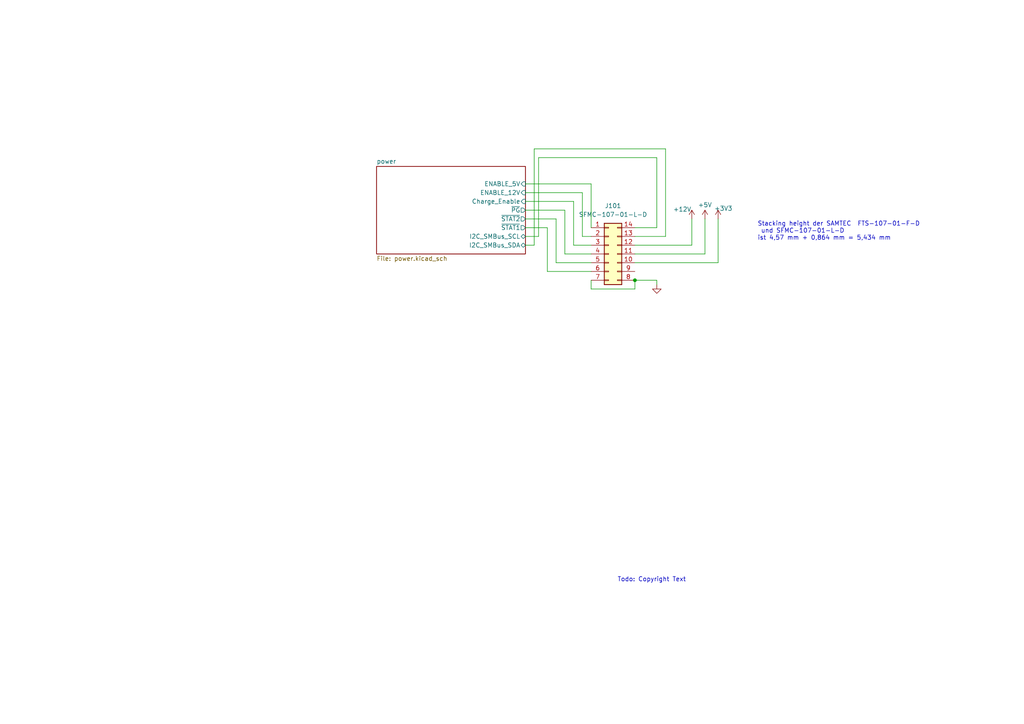
<source format=kicad_sch>
(kicad_sch (version 20250114) (generator "eeschema") (generator_version "9.0")
  (paper "A4")
  (title_block (title "Main Unit Hierachy") (date "2022-01-24"))
  (lib_symbols
    (symbol "Connector_Generic:Conn_02x07_Counter_Clockwise" (pin_names (offset 1.016) (hide yes))
      (property "Reference" "J" (at 1.27 10.16 0))
      (property "Value" "Conn_02x07_Counter_Clockwise" (at 1.27 -10.16 0))
      (symbol "Conn_02x07_Counter_Clockwise_1_1"
        (rectangle (start -1.27 8.89) (end 3.81 -8.89) (stroke (width 0.254)) (fill (type background)))
        (rectangle (start -1.27 7.747) (end 0 7.493) (stroke (width 0.1524)))
        (rectangle (start -1.27 5.207) (end 0 4.953) (stroke (width 0.1524)))
        (rectangle (start -1.27 2.667) (end 0 2.413) (stroke (width 0.1524)))
        (rectangle (start -1.27 0.127) (end 0 -0.127) (stroke (width 0.1524)))
        (rectangle (start -1.27 -2.413) (end 0 -2.667) (stroke (width 0.1524)))
        (rectangle (start -1.27 -4.953) (end 0 -5.207) (stroke (width 0.1524)))
        (rectangle (start -1.27 -7.493) (end 0 -7.747) (stroke (width 0.1524)))
        (rectangle (start 3.81 7.747) (end 2.54 7.493) (stroke (width 0.1524)))
        (rectangle (start 3.81 5.207) (end 2.54 4.953) (stroke (width 0.1524)))
        (rectangle (start 3.81 2.667) (end 2.54 2.413) (stroke (width 0.1524)))
        (rectangle (start 3.81 0.127) (end 2.54 -0.127) (stroke (width 0.1524)))
        (rectangle (start 3.81 -2.413) (end 2.54 -2.667) (stroke (width 0.1524)))
        (rectangle (start 3.81 -4.953) (end 2.54 -5.207) (stroke (width 0.1524)))
        (rectangle (start 3.81 -7.493) (end 2.54 -7.747) (stroke (width 0.1524)))
        (pin passive line (at -5.08 7.62 0) (length 3.81) (name "Pin_1") (number "1"))
        (pin passive line (at -5.08 5.08 0) (length 3.81) (name "Pin_2") (number "2"))
        (pin passive line (at -5.08 2.54 0) (length 3.81) (name "Pin_3") (number "3"))
        (pin passive line (at -5.08 0 0) (length 3.81) (name "Pin_4") (number "4"))
        (pin passive line (at -5.08 -2.54 0) (length 3.81) (name "Pin_5") (number "5"))
        (pin passive line (at -5.08 -5.08 0) (length 3.81) (name "Pin_6") (number "6"))
        (pin passive line (at -5.08 -7.62 0) (length 3.81) (name "Pin_7") (number "7"))
        (pin passive line (at 7.62 7.62 180) (length 3.81) (name "Pin_14") (number "14"))
        (pin passive line (at 7.62 5.08 180) (length 3.81) (name "Pin_13") (number "13"))
        (pin passive line (at 7.62 2.54 180) (length 3.81) (name "Pin_12") (number "12"))
        (pin passive line (at 7.62 0 180) (length 3.81) (name "Pin_11") (number "11"))
        (pin passive line (at 7.62 -2.54 180) (length 3.81) (name "Pin_10") (number "10"))
        (pin passive line (at 7.62 -5.08 180) (length 3.81) (name "Pin_9") (number "9"))
        (pin passive line (at 7.62 -7.62 180) (length 3.81) (name "Pin_8") (number "8"))
      )
    )
    (symbol "power:+12V" (power) (pin_names (offset 0))
      (property "Value" "+12V" (at 0 3.556 0))
      (symbol "+12V_0_1"
        (polyline (pts (xy -0.762 1.27) (xy 0 2.54)))
        (polyline (pts (xy 0 2.54) (xy 0.762 1.27)))
        (polyline (pts (xy 0 0) (xy 0 2.54)))
      )
      (symbol "+12V_1_1"
        (pin power_in line (at 0 0 90) (length 0) (hide yes) (name "+12V") (number "1"))
      )
    )
    (symbol "power:+3.3V" (power) (pin_names (offset 0))
      (property "Value" "+3.3V" (at 0 3.556 0))
      (symbol "+3.3V_0_1"
        (polyline (pts (xy -0.762 1.27) (xy 0 2.54)))
        (polyline (pts (xy 0 2.54) (xy 0.762 1.27)))
        (polyline (pts (xy 0 0) (xy 0 2.54)))
      )
      (symbol "+3.3V_1_1"
        (pin power_in line (at 0 0 90) (length 0) (hide yes) (name "+3V3") (number "1"))
      )
    )
    (symbol "power:+5V" (power) (pin_names (offset 0))
      (property "Value" "+5V" (at 0 3.556 0))
      (symbol "+5V_0_1"
        (polyline (pts (xy -0.762 1.27) (xy 0 2.54)))
        (polyline (pts (xy 0 2.54) (xy 0.762 1.27)))
        (polyline (pts (xy 0 0) (xy 0 2.54)))
      )
      (symbol "+5V_1_1"
        (pin power_in line (at 0 0 90) (length 0) (hide yes) (name "+5V") (number "1"))
      )
    )
    (symbol "power:GND" (power) (pin_names (offset 0))
      (property "Value" "GND" (at 0 -3.81 0))
      (symbol "GND_0_1"
        (polyline (pts (xy 0 0) (xy 0 -1.27) (xy 1.27 -1.27) (xy 0 -2.54) (xy -1.27 -1.27) (xy 0 -1.27)))
      )
      (symbol "GND_1_1"
        (pin power_in line (at 0 0 270) (length 0) (hide yes) (name "GND") (number "1"))
      )
    )
  )
  (text "Todo: Copyright Text" (at 179.07 168.91 0) (effects (font (size 1.27 1.27)) (justify left bottom)))
  (text "Stacking height der SAMTEC  FTS-107-01-F-D\n und SFMC-107-01-L-D\nist 4,57 mm + 0,864 mm = 5,434 mm" (at 219.71 69.85 0) (effects (font (size 1.27 1.27)) (justify left bottom)))
  (junction (at 184.15 81.28))
  (wire (pts (xy 171.45 81.28) (xy 171.45 83.82)))
  (wire (pts (xy 156.21 45.72) (xy 190.5 45.72)))
  (wire (pts (xy 152.4 55.88) (xy 168.91 55.88)))
  (wire (pts (xy 152.4 58.42) (xy 166.37 58.42)))
  (wire (pts (xy 163.83 73.66) (xy 171.45 73.66)))
  (wire (pts (xy 154.94 43.18) (xy 193.04 43.18)))
  (wire (pts (xy 152.4 60.96) (xy 163.83 60.96)))
  (wire (pts (xy 168.91 55.88) (xy 168.91 68.58)))
  (wire (pts (xy 171.45 53.34) (xy 171.45 66.04)))
  (wire (pts (xy 161.29 76.2) (xy 171.45 76.2)))
  (wire (pts (xy 190.5 66.04) (xy 184.15 66.04)))
  (wire (pts (xy 193.04 68.58) (xy 184.15 68.58)))
  (wire (pts (xy 200.66 63.5) (xy 200.66 71.12)))
  (wire (pts (xy 156.21 68.58) (xy 156.21 45.72)))
  (wire (pts (xy 190.5 81.28) (xy 184.15 81.28)))
  (wire (pts (xy 152.4 53.34) (xy 171.45 53.34)))
  (wire (pts (xy 166.37 58.42) (xy 166.37 71.12)))
  (wire (pts (xy 208.28 76.2) (xy 184.15 76.2)))
  (wire (pts (xy 152.4 63.5) (xy 161.29 63.5)))
  (wire (pts (xy 154.94 71.12) (xy 154.94 43.18)))
  (wire (pts (xy 193.04 43.18) (xy 193.04 68.58)))
  (wire (pts (xy 190.5 82.55) (xy 190.5 81.28)))
  (wire (pts (xy 158.75 78.74) (xy 171.45 78.74)))
  (wire (pts (xy 166.37 71.12) (xy 171.45 71.12)))
  (wire (pts (xy 152.4 71.12) (xy 154.94 71.12)))
  (wire (pts (xy 190.5 45.72) (xy 190.5 66.04)))
  (wire (pts (xy 152.4 68.58) (xy 156.21 68.58)))
  (wire (pts (xy 171.45 83.82) (xy 184.15 83.82)))
  (wire (pts (xy 208.28 63.5) (xy 208.28 76.2)))
  (wire (pts (xy 161.29 63.5) (xy 161.29 76.2)))
  (wire (pts (xy 158.75 66.04) (xy 158.75 78.74)))
  (wire (pts (xy 152.4 66.04) (xy 158.75 66.04)))
  (wire (pts (xy 204.47 63.5) (xy 204.47 73.66)))
  (wire (pts (xy 163.83 60.96) (xy 163.83 73.66)))
  (wire (pts (xy 204.47 73.66) (xy 184.15 73.66)))
  (wire (pts (xy 168.91 68.58) (xy 171.45 68.58)))
  (wire (pts (xy 200.66 71.12) (xy 184.15 71.12)))
  (wire (pts (xy 184.15 81.28) (xy 184.15 83.82)))
  (symbol (lib_id "power:GND") (at 190.5 82.55 0) (unit 1)
    (property "Reference" "#PWR0102" (effects (hide yes)))
    (property "Value" "GND" (effects (hide yes)))
  )
  (symbol (lib_id "power:+5V") (at 204.47 63.5 0) (unit 1)
    (property "Reference" "#PWR0105" (effects (hide yes)))
    (property "Value" "+5V" (at 204.47 59.436 0))
  )
  (symbol (lib_id "power:+12V") (at 200.66 63.5 0) (unit 1)
    (property "Reference" "#PWR0103" (effects (hide yes)))
    (property "Value" "+12V" (at 197.866 60.706 0))
  )
  (symbol (lib_id "Connector_Generic:Conn_02x07_Counter_Clockwise") (at 176.53 73.66 0) (unit 1)
    (property "Reference" "J101" (at 177.8 59.69 0))
    (property "Value" "SFMC-107-01-L-D" (at 177.8 62.23 0))
    (property "Footprint" "Connector_PinSocket_1.27mm:PinSocket_2x07_P1.27mm_Vertical" (effects (hide yes)))
    (property "Datasheet" "https://www.mouser.de/datasheet/2/527/sfmc-2854637.pdf" (effects (hide yes)))
    (property "Bauteilname" "SFMC-107-01-L-D" (effects (hide yes)))
    (property "eurocircuits_MPN" "SFMC-107-01-L-D" (effects (hide yes)))
  )
  (symbol (lib_id "power:+3.3V") (at 208.28 63.5 0) (unit 1)
    (property "Reference" "#PWR0107" (effects (hide yes)))
    (property "Value" "+3V3" (at 209.804 60.452 0))
  )
  (sheet (at 109.22 48.26) (size 43.18 25.4) (stroke (width 0.1524))
    (property "Sheetname" "power" (at 109.22 47.5484 0) (effects (justify left bottom)))
    (property "Sheetfile" "power.kicad_sch" (at 109.22 74.2446 0) (effects (justify left top)))
    (pin "Charge_Enable" input (at 152.4 58.42 0))
    (pin "I2C_SMBus_SCL" bidirectional (at 152.4 68.58 0))
    (pin "I2C_SMBus_SDA" bidirectional (at 152.4 71.12 0))
    (pin "ENABLE_12V" input (at 152.4 55.88 0))
    (pin "~{PG}" output (at 152.4 60.96 0))
    (pin "~{STAT2}" output (at 152.4 63.5 0))
    (pin "~{STAT1}" output (at 152.4 66.04 0))
    (pin "ENABLE_5V" input (at 152.4 53.34 0))
  )
)
</source>
